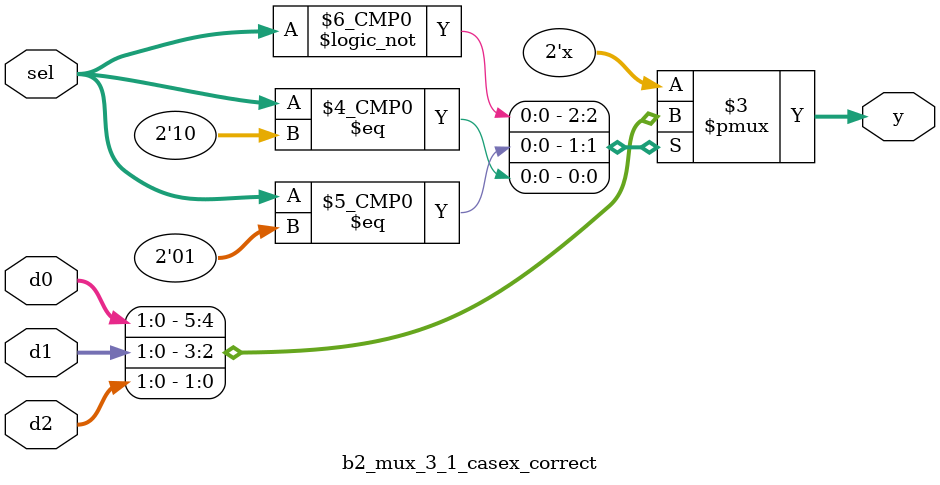
<source format=v>
module b2_mux_3_1_casex_correct
(
    input      [1:0] d0, d1, d2, 
    input      [1:0] sel,
    output reg [1:0] y
);
    always @(*)
        case (sel)
        2'b00: y = d0;
        2'b01: y = d1;
        2'b10: y = d2;
        default: y=2'bxx;
        endcase

endmodule

</source>
